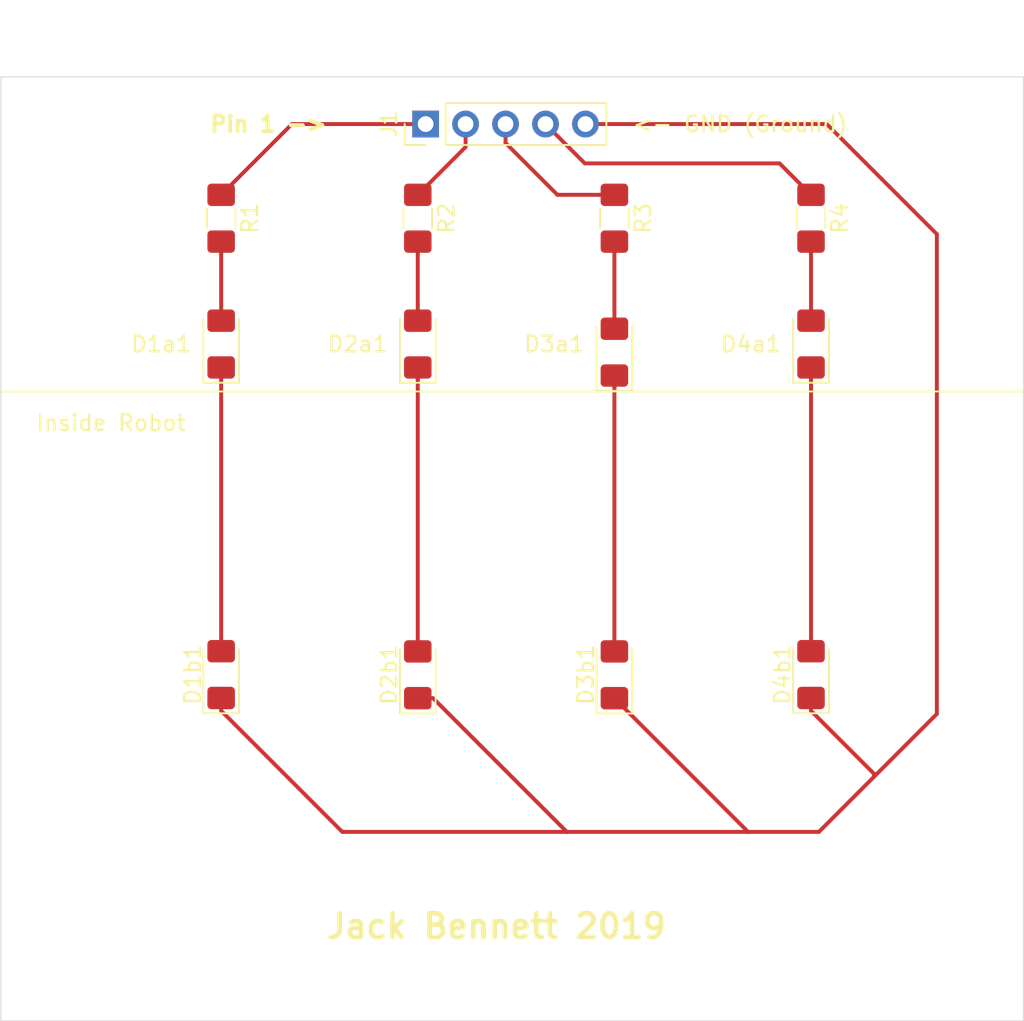
<source format=kicad_pcb>
(kicad_pcb (version 20171130) (host pcbnew "(5.1.2)-2")

  (general
    (thickness 1.6)
    (drawings 9)
    (tracks 43)
    (zones 0)
    (modules 13)
    (nets 14)
  )

  (page A4)
  (layers
    (0 F.Cu signal)
    (31 B.Cu signal)
    (32 B.Adhes user)
    (33 F.Adhes user)
    (34 B.Paste user)
    (35 F.Paste user)
    (36 B.SilkS user)
    (37 F.SilkS user)
    (38 B.Mask user)
    (39 F.Mask user)
    (40 Dwgs.User user)
    (41 Cmts.User user)
    (42 Eco1.User user)
    (43 Eco2.User user)
    (44 Edge.Cuts user)
    (45 Margin user)
    (46 B.CrtYd user)
    (47 F.CrtYd user)
    (48 B.Fab user)
    (49 F.Fab user)
  )

  (setup
    (last_trace_width 0.25)
    (trace_clearance 0.2)
    (zone_clearance 0.508)
    (zone_45_only no)
    (trace_min 0.2)
    (via_size 0.8)
    (via_drill 0.4)
    (via_min_size 0.4)
    (via_min_drill 0.3)
    (uvia_size 0.3)
    (uvia_drill 0.1)
    (uvias_allowed no)
    (uvia_min_size 0.2)
    (uvia_min_drill 0.1)
    (edge_width 0.05)
    (segment_width 0.2)
    (pcb_text_width 0.3)
    (pcb_text_size 1.5 1.5)
    (mod_edge_width 0.12)
    (mod_text_size 1 1)
    (mod_text_width 0.15)
    (pad_size 1.524 1.524)
    (pad_drill 0.762)
    (pad_to_mask_clearance 0.051)
    (solder_mask_min_width 0.25)
    (aux_axis_origin 0 0)
    (visible_elements 7FFFFFFF)
    (pcbplotparams
      (layerselection 0x010fc_ffffffff)
      (usegerberextensions false)
      (usegerberattributes false)
      (usegerberadvancedattributes false)
      (creategerberjobfile false)
      (excludeedgelayer true)
      (linewidth 0.100000)
      (plotframeref false)
      (viasonmask false)
      (mode 1)
      (useauxorigin false)
      (hpglpennumber 1)
      (hpglpenspeed 20)
      (hpglpendiameter 15.000000)
      (psnegative false)
      (psa4output false)
      (plotreference true)
      (plotvalue true)
      (plotinvisibletext false)
      (padsonsilk false)
      (subtractmaskfromsilk false)
      (outputformat 1)
      (mirror false)
      (drillshape 1)
      (scaleselection 1)
      (outputdirectory ""))
  )

  (net 0 "")
  (net 1 "Net-(D1a1-Pad2)")
  (net 2 "Net-(D1a1-Pad1)")
  (net 3 "Net-(D1b1-Pad1)")
  (net 4 "Net-(D2a1-Pad1)")
  (net 5 "Net-(D2a1-Pad2)")
  (net 6 "Net-(D3a1-Pad2)")
  (net 7 "Net-(D3a1-Pad1)")
  (net 8 "Net-(D4a1-Pad1)")
  (net 9 "Net-(D4a1-Pad2)")
  (net 10 "Net-(J1-Pad1)")
  (net 11 "Net-(J1-Pad2)")
  (net 12 "Net-(J1-Pad3)")
  (net 13 "Net-(J1-Pad4)")

  (net_class Default "This is the default net class."
    (clearance 0.2)
    (trace_width 0.25)
    (via_dia 0.8)
    (via_drill 0.4)
    (uvia_dia 0.3)
    (uvia_drill 0.1)
    (add_net "Net-(D1a1-Pad1)")
    (add_net "Net-(D1a1-Pad2)")
    (add_net "Net-(D1b1-Pad1)")
    (add_net "Net-(D2a1-Pad1)")
    (add_net "Net-(D2a1-Pad2)")
    (add_net "Net-(D3a1-Pad1)")
    (add_net "Net-(D3a1-Pad2)")
    (add_net "Net-(D4a1-Pad1)")
    (add_net "Net-(D4a1-Pad2)")
    (add_net "Net-(J1-Pad1)")
    (add_net "Net-(J1-Pad2)")
    (add_net "Net-(J1-Pad3)")
    (add_net "Net-(J1-Pad4)")
  )

  (module Resistor_SMD:R_1206_3216Metric_Pad1.42x1.75mm_HandSolder (layer F.Cu) (tedit 5B301BBD) (tstamp 5D8AA19F)
    (at 151.5 58.9875 270)
    (descr "Resistor SMD 1206 (3216 Metric), square (rectangular) end terminal, IPC_7351 nominal with elongated pad for handsoldering. (Body size source: http://www.tortai-tech.com/upload/download/2011102023233369053.pdf), generated with kicad-footprint-generator")
    (tags "resistor handsolder")
    (path /5D3BF0F0)
    (attr smd)
    (fp_text reference R4 (at 0 -1.82 90) (layer F.SilkS)
      (effects (font (size 1 1) (thickness 0.15)))
    )
    (fp_text value 180 (at 0 1.82 90) (layer F.Fab)
      (effects (font (size 1 1) (thickness 0.15)))
    )
    (fp_text user %R (at 0 0 90) (layer F.Fab)
      (effects (font (size 0.8 0.8) (thickness 0.12)))
    )
    (fp_line (start 2.45 1.12) (end -2.45 1.12) (layer F.CrtYd) (width 0.05))
    (fp_line (start 2.45 -1.12) (end 2.45 1.12) (layer F.CrtYd) (width 0.05))
    (fp_line (start -2.45 -1.12) (end 2.45 -1.12) (layer F.CrtYd) (width 0.05))
    (fp_line (start -2.45 1.12) (end -2.45 -1.12) (layer F.CrtYd) (width 0.05))
    (fp_line (start -0.602064 0.91) (end 0.602064 0.91) (layer F.SilkS) (width 0.12))
    (fp_line (start -0.602064 -0.91) (end 0.602064 -0.91) (layer F.SilkS) (width 0.12))
    (fp_line (start 1.6 0.8) (end -1.6 0.8) (layer F.Fab) (width 0.1))
    (fp_line (start 1.6 -0.8) (end 1.6 0.8) (layer F.Fab) (width 0.1))
    (fp_line (start -1.6 -0.8) (end 1.6 -0.8) (layer F.Fab) (width 0.1))
    (fp_line (start -1.6 0.8) (end -1.6 -0.8) (layer F.Fab) (width 0.1))
    (pad 2 smd roundrect (at 1.4875 0 270) (size 1.425 1.75) (layers F.Cu F.Paste F.Mask) (roundrect_rratio 0.175439)
      (net 9 "Net-(D4a1-Pad2)"))
    (pad 1 smd roundrect (at -1.4875 0 270) (size 1.425 1.75) (layers F.Cu F.Paste F.Mask) (roundrect_rratio 0.175439)
      (net 13 "Net-(J1-Pad4)"))
    (model ${KISYS3DMOD}/Resistor_SMD.3dshapes/R_1206_3216Metric.wrl
      (at (xyz 0 0 0))
      (scale (xyz 1 1 1))
      (rotate (xyz 0 0 0))
    )
  )

  (module Resistor_SMD:R_1206_3216Metric_Pad1.42x1.75mm_HandSolder (layer F.Cu) (tedit 5B301BBD) (tstamp 5D8AA18C)
    (at 139 58.9875 270)
    (descr "Resistor SMD 1206 (3216 Metric), square (rectangular) end terminal, IPC_7351 nominal with elongated pad for handsoldering. (Body size source: http://www.tortai-tech.com/upload/download/2011102023233369053.pdf), generated with kicad-footprint-generator")
    (tags "resistor handsolder")
    (path /5D3BD34E)
    (attr smd)
    (fp_text reference R3 (at 0 -1.82 90) (layer F.SilkS)
      (effects (font (size 1 1) (thickness 0.15)))
    )
    (fp_text value 180 (at 0 1.82 90) (layer F.Fab)
      (effects (font (size 1 1) (thickness 0.15)))
    )
    (fp_text user %R (at 0 0 90) (layer F.Fab)
      (effects (font (size 0.8 0.8) (thickness 0.12)))
    )
    (fp_line (start 2.45 1.12) (end -2.45 1.12) (layer F.CrtYd) (width 0.05))
    (fp_line (start 2.45 -1.12) (end 2.45 1.12) (layer F.CrtYd) (width 0.05))
    (fp_line (start -2.45 -1.12) (end 2.45 -1.12) (layer F.CrtYd) (width 0.05))
    (fp_line (start -2.45 1.12) (end -2.45 -1.12) (layer F.CrtYd) (width 0.05))
    (fp_line (start -0.602064 0.91) (end 0.602064 0.91) (layer F.SilkS) (width 0.12))
    (fp_line (start -0.602064 -0.91) (end 0.602064 -0.91) (layer F.SilkS) (width 0.12))
    (fp_line (start 1.6 0.8) (end -1.6 0.8) (layer F.Fab) (width 0.1))
    (fp_line (start 1.6 -0.8) (end 1.6 0.8) (layer F.Fab) (width 0.1))
    (fp_line (start -1.6 -0.8) (end 1.6 -0.8) (layer F.Fab) (width 0.1))
    (fp_line (start -1.6 0.8) (end -1.6 -0.8) (layer F.Fab) (width 0.1))
    (pad 2 smd roundrect (at 1.4875 0 270) (size 1.425 1.75) (layers F.Cu F.Paste F.Mask) (roundrect_rratio 0.175439)
      (net 6 "Net-(D3a1-Pad2)"))
    (pad 1 smd roundrect (at -1.4875 0 270) (size 1.425 1.75) (layers F.Cu F.Paste F.Mask) (roundrect_rratio 0.175439)
      (net 12 "Net-(J1-Pad3)"))
    (model ${KISYS3DMOD}/Resistor_SMD.3dshapes/R_1206_3216Metric.wrl
      (at (xyz 0 0 0))
      (scale (xyz 1 1 1))
      (rotate (xyz 0 0 0))
    )
  )

  (module Resistor_SMD:R_1206_3216Metric_Pad1.42x1.75mm_HandSolder (layer F.Cu) (tedit 5B301BBD) (tstamp 5D8AA179)
    (at 126.5 58.9875 270)
    (descr "Resistor SMD 1206 (3216 Metric), square (rectangular) end terminal, IPC_7351 nominal with elongated pad for handsoldering. (Body size source: http://www.tortai-tech.com/upload/download/2011102023233369053.pdf), generated with kicad-footprint-generator")
    (tags "resistor handsolder")
    (path /5D3BC527)
    (attr smd)
    (fp_text reference R2 (at 0 -1.82 90) (layer F.SilkS)
      (effects (font (size 1 1) (thickness 0.15)))
    )
    (fp_text value 180 (at 0 1.82 90) (layer F.Fab)
      (effects (font (size 1 1) (thickness 0.15)))
    )
    (fp_text user %R (at 0 0 90) (layer F.Fab)
      (effects (font (size 0.8 0.8) (thickness 0.12)))
    )
    (fp_line (start 2.45 1.12) (end -2.45 1.12) (layer F.CrtYd) (width 0.05))
    (fp_line (start 2.45 -1.12) (end 2.45 1.12) (layer F.CrtYd) (width 0.05))
    (fp_line (start -2.45 -1.12) (end 2.45 -1.12) (layer F.CrtYd) (width 0.05))
    (fp_line (start -2.45 1.12) (end -2.45 -1.12) (layer F.CrtYd) (width 0.05))
    (fp_line (start -0.602064 0.91) (end 0.602064 0.91) (layer F.SilkS) (width 0.12))
    (fp_line (start -0.602064 -0.91) (end 0.602064 -0.91) (layer F.SilkS) (width 0.12))
    (fp_line (start 1.6 0.8) (end -1.6 0.8) (layer F.Fab) (width 0.1))
    (fp_line (start 1.6 -0.8) (end 1.6 0.8) (layer F.Fab) (width 0.1))
    (fp_line (start -1.6 -0.8) (end 1.6 -0.8) (layer F.Fab) (width 0.1))
    (fp_line (start -1.6 0.8) (end -1.6 -0.8) (layer F.Fab) (width 0.1))
    (pad 2 smd roundrect (at 1.4875 0 270) (size 1.425 1.75) (layers F.Cu F.Paste F.Mask) (roundrect_rratio 0.175439)
      (net 5 "Net-(D2a1-Pad2)"))
    (pad 1 smd roundrect (at -1.4875 0 270) (size 1.425 1.75) (layers F.Cu F.Paste F.Mask) (roundrect_rratio 0.175439)
      (net 11 "Net-(J1-Pad2)"))
    (model ${KISYS3DMOD}/Resistor_SMD.3dshapes/R_1206_3216Metric.wrl
      (at (xyz 0 0 0))
      (scale (xyz 1 1 1))
      (rotate (xyz 0 0 0))
    )
  )

  (module Resistor_SMD:R_1206_3216Metric_Pad1.42x1.75mm_HandSolder (layer F.Cu) (tedit 5B301BBD) (tstamp 5D8AA166)
    (at 114 58.9875 270)
    (descr "Resistor SMD 1206 (3216 Metric), square (rectangular) end terminal, IPC_7351 nominal with elongated pad for handsoldering. (Body size source: http://www.tortai-tech.com/upload/download/2011102023233369053.pdf), generated with kicad-footprint-generator")
    (tags "resistor handsolder")
    (path /5D3A8C68)
    (attr smd)
    (fp_text reference R1 (at 0 -1.82 90) (layer F.SilkS)
      (effects (font (size 1 1) (thickness 0.15)))
    )
    (fp_text value 180 (at 0 1.82 90) (layer F.Fab)
      (effects (font (size 1 1) (thickness 0.15)))
    )
    (fp_text user %R (at 0 0 90) (layer F.Fab)
      (effects (font (size 0.8 0.8) (thickness 0.12)))
    )
    (fp_line (start 2.45 1.12) (end -2.45 1.12) (layer F.CrtYd) (width 0.05))
    (fp_line (start 2.45 -1.12) (end 2.45 1.12) (layer F.CrtYd) (width 0.05))
    (fp_line (start -2.45 -1.12) (end 2.45 -1.12) (layer F.CrtYd) (width 0.05))
    (fp_line (start -2.45 1.12) (end -2.45 -1.12) (layer F.CrtYd) (width 0.05))
    (fp_line (start -0.602064 0.91) (end 0.602064 0.91) (layer F.SilkS) (width 0.12))
    (fp_line (start -0.602064 -0.91) (end 0.602064 -0.91) (layer F.SilkS) (width 0.12))
    (fp_line (start 1.6 0.8) (end -1.6 0.8) (layer F.Fab) (width 0.1))
    (fp_line (start 1.6 -0.8) (end 1.6 0.8) (layer F.Fab) (width 0.1))
    (fp_line (start -1.6 -0.8) (end 1.6 -0.8) (layer F.Fab) (width 0.1))
    (fp_line (start -1.6 0.8) (end -1.6 -0.8) (layer F.Fab) (width 0.1))
    (pad 2 smd roundrect (at 1.4875 0 270) (size 1.425 1.75) (layers F.Cu F.Paste F.Mask) (roundrect_rratio 0.175439)
      (net 1 "Net-(D1a1-Pad2)"))
    (pad 1 smd roundrect (at -1.4875 0 270) (size 1.425 1.75) (layers F.Cu F.Paste F.Mask) (roundrect_rratio 0.175439)
      (net 10 "Net-(J1-Pad1)"))
    (model ${KISYS3DMOD}/Resistor_SMD.3dshapes/R_1206_3216Metric.wrl
      (at (xyz 0 0 0))
      (scale (xyz 1 1 1))
      (rotate (xyz 0 0 0))
    )
  )

  (module LED_SMD:LED_1206_3216Metric_Pad1.42x1.75mm_HandSolder (layer F.Cu) (tedit 5B4B45C9) (tstamp 5D8AA0B5)
    (at 114 66.9875 90)
    (descr "LED SMD 1206 (3216 Metric), square (rectangular) end terminal, IPC_7351 nominal, (Body size source: http://www.tortai-tech.com/upload/download/2011102023233369053.pdf), generated with kicad-footprint-generator")
    (tags "LED handsolder")
    (path /5D3AB7A2)
    (attr smd)
    (fp_text reference D1a1 (at 0 -3.82 180) (layer F.SilkS)
      (effects (font (size 1 1) (thickness 0.15)))
    )
    (fp_text value LED (at 0 1.82 270) (layer F.Fab)
      (effects (font (size 1 1) (thickness 0.15)))
    )
    (fp_text user %R (at 0 0 270) (layer F.Fab)
      (effects (font (size 0.8 0.8) (thickness 0.12)))
    )
    (fp_line (start 2.45 1.12) (end -2.45 1.12) (layer F.CrtYd) (width 0.05))
    (fp_line (start 2.45 -1.12) (end 2.45 1.12) (layer F.CrtYd) (width 0.05))
    (fp_line (start -2.45 -1.12) (end 2.45 -1.12) (layer F.CrtYd) (width 0.05))
    (fp_line (start -2.45 1.12) (end -2.45 -1.12) (layer F.CrtYd) (width 0.05))
    (fp_line (start -2.46 1.135) (end 1.6 1.135) (layer F.SilkS) (width 0.12))
    (fp_line (start -2.46 -1.135) (end -2.46 1.135) (layer F.SilkS) (width 0.12))
    (fp_line (start 1.6 -1.135) (end -2.46 -1.135) (layer F.SilkS) (width 0.12))
    (fp_line (start 1.6 0.8) (end 1.6 -0.8) (layer F.Fab) (width 0.1))
    (fp_line (start -1.6 0.8) (end 1.6 0.8) (layer F.Fab) (width 0.1))
    (fp_line (start -1.6 -0.4) (end -1.6 0.8) (layer F.Fab) (width 0.1))
    (fp_line (start -1.2 -0.8) (end -1.6 -0.4) (layer F.Fab) (width 0.1))
    (fp_line (start 1.6 -0.8) (end -1.2 -0.8) (layer F.Fab) (width 0.1))
    (pad 2 smd roundrect (at 1.4875 0 90) (size 1.425 1.75) (layers F.Cu F.Paste F.Mask) (roundrect_rratio 0.175439)
      (net 1 "Net-(D1a1-Pad2)"))
    (pad 1 smd roundrect (at -1.4875 0 90) (size 1.425 1.75) (layers F.Cu F.Paste F.Mask) (roundrect_rratio 0.175439)
      (net 2 "Net-(D1a1-Pad1)"))
    (model ${KISYS3DMOD}/LED_SMD.3dshapes/LED_1206_3216Metric.wrl
      (at (xyz 0 0 0))
      (scale (xyz 1 1 1))
      (rotate (xyz 0 0 0))
    )
  )

  (module LED_SMD:LED_1206_3216Metric_Pad1.42x1.75mm_HandSolder locked (layer F.Cu) (tedit 5B4B45C9) (tstamp 5D8AA0C8)
    (at 114 88 90)
    (descr "LED SMD 1206 (3216 Metric), square (rectangular) end terminal, IPC_7351 nominal, (Body size source: http://www.tortai-tech.com/upload/download/2011102023233369053.pdf), generated with kicad-footprint-generator")
    (tags "LED handsolder")
    (path /5D3B18DD)
    (attr smd)
    (fp_text reference D1b1 (at 0 -1.82 90) (layer F.SilkS)
      (effects (font (size 1 1) (thickness 0.15)))
    )
    (fp_text value LED (at 0 1.82 90) (layer F.Fab)
      (effects (font (size 1 1) (thickness 0.15)))
    )
    (fp_line (start 1.6 -0.8) (end -1.2 -0.8) (layer F.Fab) (width 0.1))
    (fp_line (start -1.2 -0.8) (end -1.6 -0.4) (layer F.Fab) (width 0.1))
    (fp_line (start -1.6 -0.4) (end -1.6 0.8) (layer F.Fab) (width 0.1))
    (fp_line (start -1.6 0.8) (end 1.6 0.8) (layer F.Fab) (width 0.1))
    (fp_line (start 1.6 0.8) (end 1.6 -0.8) (layer F.Fab) (width 0.1))
    (fp_line (start 1.6 -1.135) (end -2.46 -1.135) (layer F.SilkS) (width 0.12))
    (fp_line (start -2.46 -1.135) (end -2.46 1.135) (layer F.SilkS) (width 0.12))
    (fp_line (start -2.46 1.135) (end 1.6 1.135) (layer F.SilkS) (width 0.12))
    (fp_line (start -2.45 1.12) (end -2.45 -1.12) (layer F.CrtYd) (width 0.05))
    (fp_line (start -2.45 -1.12) (end 2.45 -1.12) (layer F.CrtYd) (width 0.05))
    (fp_line (start 2.45 -1.12) (end 2.45 1.12) (layer F.CrtYd) (width 0.05))
    (fp_line (start 2.45 1.12) (end -2.45 1.12) (layer F.CrtYd) (width 0.05))
    (fp_text user %R (at 0 0 90) (layer F.Fab)
      (effects (font (size 0.8 0.8) (thickness 0.12)))
    )
    (pad 1 smd roundrect (at -1.4875 0 90) (size 1.425 1.75) (layers F.Cu F.Paste F.Mask) (roundrect_rratio 0.175439)
      (net 3 "Net-(D1b1-Pad1)"))
    (pad 2 smd roundrect (at 1.4875 0 90) (size 1.425 1.75) (layers F.Cu F.Paste F.Mask) (roundrect_rratio 0.175439)
      (net 2 "Net-(D1a1-Pad1)"))
    (model ${KISYS3DMOD}/LED_SMD.3dshapes/LED_1206_3216Metric.wrl
      (at (xyz 0 0 0))
      (scale (xyz 1 1 1))
      (rotate (xyz 0 0 0))
    )
  )

  (module LED_SMD:LED_1206_3216Metric_Pad1.42x1.75mm_HandSolder (layer F.Cu) (tedit 5B4B45C9) (tstamp 5D8AA0DB)
    (at 126.5 66.9875 90)
    (descr "LED SMD 1206 (3216 Metric), square (rectangular) end terminal, IPC_7351 nominal, (Body size source: http://www.tortai-tech.com/upload/download/2011102023233369053.pdf), generated with kicad-footprint-generator")
    (tags "LED handsolder")
    (path /5D3BC52D)
    (attr smd)
    (fp_text reference D2a1 (at 0 -3.82 180) (layer F.SilkS)
      (effects (font (size 1 1) (thickness 0.15)))
    )
    (fp_text value LED (at 0 1.82 90) (layer F.Fab)
      (effects (font (size 1 1) (thickness 0.15)))
    )
    (fp_line (start 1.6 -0.8) (end -1.2 -0.8) (layer F.Fab) (width 0.1))
    (fp_line (start -1.2 -0.8) (end -1.6 -0.4) (layer F.Fab) (width 0.1))
    (fp_line (start -1.6 -0.4) (end -1.6 0.8) (layer F.Fab) (width 0.1))
    (fp_line (start -1.6 0.8) (end 1.6 0.8) (layer F.Fab) (width 0.1))
    (fp_line (start 1.6 0.8) (end 1.6 -0.8) (layer F.Fab) (width 0.1))
    (fp_line (start 1.6 -1.135) (end -2.46 -1.135) (layer F.SilkS) (width 0.12))
    (fp_line (start -2.46 -1.135) (end -2.46 1.135) (layer F.SilkS) (width 0.12))
    (fp_line (start -2.46 1.135) (end 1.6 1.135) (layer F.SilkS) (width 0.12))
    (fp_line (start -2.45 1.12) (end -2.45 -1.12) (layer F.CrtYd) (width 0.05))
    (fp_line (start -2.45 -1.12) (end 2.45 -1.12) (layer F.CrtYd) (width 0.05))
    (fp_line (start 2.45 -1.12) (end 2.45 1.12) (layer F.CrtYd) (width 0.05))
    (fp_line (start 2.45 1.12) (end -2.45 1.12) (layer F.CrtYd) (width 0.05))
    (fp_text user %R (at 0 0 90) (layer F.Fab)
      (effects (font (size 0.8 0.8) (thickness 0.12)))
    )
    (pad 1 smd roundrect (at -1.4875 0 90) (size 1.425 1.75) (layers F.Cu F.Paste F.Mask) (roundrect_rratio 0.175439)
      (net 4 "Net-(D2a1-Pad1)"))
    (pad 2 smd roundrect (at 1.4875 0 90) (size 1.425 1.75) (layers F.Cu F.Paste F.Mask) (roundrect_rratio 0.175439)
      (net 5 "Net-(D2a1-Pad2)"))
    (model ${KISYS3DMOD}/LED_SMD.3dshapes/LED_1206_3216Metric.wrl
      (at (xyz 0 0 0))
      (scale (xyz 1 1 1))
      (rotate (xyz 0 0 0))
    )
  )

  (module LED_SMD:LED_1206_3216Metric_Pad1.42x1.75mm_HandSolder locked (layer F.Cu) (tedit 5B4B45C9) (tstamp 5D8AB0FF)
    (at 126.5 88.0125 90)
    (descr "LED SMD 1206 (3216 Metric), square (rectangular) end terminal, IPC_7351 nominal, (Body size source: http://www.tortai-tech.com/upload/download/2011102023233369053.pdf), generated with kicad-footprint-generator")
    (tags "LED handsolder")
    (path /5D3BC535)
    (attr smd)
    (fp_text reference D2b1 (at 0 -1.82 90) (layer F.SilkS)
      (effects (font (size 1 1) (thickness 0.15)))
    )
    (fp_text value LED (at 0 1.82 90) (layer F.Fab)
      (effects (font (size 1 1) (thickness 0.15)))
    )
    (fp_text user %R (at 0 0 90) (layer F.Fab)
      (effects (font (size 0.8 0.8) (thickness 0.12)))
    )
    (fp_line (start 2.45 1.12) (end -2.45 1.12) (layer F.CrtYd) (width 0.05))
    (fp_line (start 2.45 -1.12) (end 2.45 1.12) (layer F.CrtYd) (width 0.05))
    (fp_line (start -2.45 -1.12) (end 2.45 -1.12) (layer F.CrtYd) (width 0.05))
    (fp_line (start -2.45 1.12) (end -2.45 -1.12) (layer F.CrtYd) (width 0.05))
    (fp_line (start -2.46 1.135) (end 1.6 1.135) (layer F.SilkS) (width 0.12))
    (fp_line (start -2.46 -1.135) (end -2.46 1.135) (layer F.SilkS) (width 0.12))
    (fp_line (start 1.6 -1.135) (end -2.46 -1.135) (layer F.SilkS) (width 0.12))
    (fp_line (start 1.6 0.8) (end 1.6 -0.8) (layer F.Fab) (width 0.1))
    (fp_line (start -1.6 0.8) (end 1.6 0.8) (layer F.Fab) (width 0.1))
    (fp_line (start -1.6 -0.4) (end -1.6 0.8) (layer F.Fab) (width 0.1))
    (fp_line (start -1.2 -0.8) (end -1.6 -0.4) (layer F.Fab) (width 0.1))
    (fp_line (start 1.6 -0.8) (end -1.2 -0.8) (layer F.Fab) (width 0.1))
    (pad 2 smd roundrect (at 1.4875 0 90) (size 1.425 1.75) (layers F.Cu F.Paste F.Mask) (roundrect_rratio 0.175439)
      (net 4 "Net-(D2a1-Pad1)"))
    (pad 1 smd roundrect (at -1.4875 0 90) (size 1.425 1.75) (layers F.Cu F.Paste F.Mask) (roundrect_rratio 0.175439)
      (net 3 "Net-(D1b1-Pad1)"))
    (model ${KISYS3DMOD}/LED_SMD.3dshapes/LED_1206_3216Metric.wrl
      (at (xyz 0 0 0))
      (scale (xyz 1 1 1))
      (rotate (xyz 0 0 0))
    )
  )

  (module LED_SMD:LED_1206_3216Metric_Pad1.42x1.75mm_HandSolder (layer F.Cu) (tedit 5B4B45C9) (tstamp 5D8AA101)
    (at 139 67.5 90)
    (descr "LED SMD 1206 (3216 Metric), square (rectangular) end terminal, IPC_7351 nominal, (Body size source: http://www.tortai-tech.com/upload/download/2011102023233369053.pdf), generated with kicad-footprint-generator")
    (tags "LED handsolder")
    (path /5D3BD354)
    (attr smd)
    (fp_text reference D3a1 (at 0.5125 -3.82 180) (layer F.SilkS)
      (effects (font (size 1 1) (thickness 0.15)))
    )
    (fp_text value LED (at 0 1.82 90) (layer F.Fab)
      (effects (font (size 1 1) (thickness 0.15)))
    )
    (fp_text user %R (at 0 0 90) (layer F.Fab)
      (effects (font (size 0.8 0.8) (thickness 0.12)))
    )
    (fp_line (start 2.45 1.12) (end -2.45 1.12) (layer F.CrtYd) (width 0.05))
    (fp_line (start 2.45 -1.12) (end 2.45 1.12) (layer F.CrtYd) (width 0.05))
    (fp_line (start -2.45 -1.12) (end 2.45 -1.12) (layer F.CrtYd) (width 0.05))
    (fp_line (start -2.45 1.12) (end -2.45 -1.12) (layer F.CrtYd) (width 0.05))
    (fp_line (start -2.46 1.135) (end 1.6 1.135) (layer F.SilkS) (width 0.12))
    (fp_line (start -2.46 -1.135) (end -2.46 1.135) (layer F.SilkS) (width 0.12))
    (fp_line (start 1.6 -1.135) (end -2.46 -1.135) (layer F.SilkS) (width 0.12))
    (fp_line (start 1.6 0.8) (end 1.6 -0.8) (layer F.Fab) (width 0.1))
    (fp_line (start -1.6 0.8) (end 1.6 0.8) (layer F.Fab) (width 0.1))
    (fp_line (start -1.6 -0.4) (end -1.6 0.8) (layer F.Fab) (width 0.1))
    (fp_line (start -1.2 -0.8) (end -1.6 -0.4) (layer F.Fab) (width 0.1))
    (fp_line (start 1.6 -0.8) (end -1.2 -0.8) (layer F.Fab) (width 0.1))
    (pad 2 smd roundrect (at 1.4875 0 90) (size 1.425 1.75) (layers F.Cu F.Paste F.Mask) (roundrect_rratio 0.175439)
      (net 6 "Net-(D3a1-Pad2)"))
    (pad 1 smd roundrect (at -1.4875 0 90) (size 1.425 1.75) (layers F.Cu F.Paste F.Mask) (roundrect_rratio 0.175439)
      (net 7 "Net-(D3a1-Pad1)"))
    (model ${KISYS3DMOD}/LED_SMD.3dshapes/LED_1206_3216Metric.wrl
      (at (xyz 0 0 0))
      (scale (xyz 1 1 1))
      (rotate (xyz 0 0 0))
    )
  )

  (module LED_SMD:LED_1206_3216Metric_Pad1.42x1.75mm_HandSolder locked (layer F.Cu) (tedit 5B4B45C9) (tstamp 5D8AAF22)
    (at 139 88.0125 90)
    (descr "LED SMD 1206 (3216 Metric), square (rectangular) end terminal, IPC_7351 nominal, (Body size source: http://www.tortai-tech.com/upload/download/2011102023233369053.pdf), generated with kicad-footprint-generator")
    (tags "LED handsolder")
    (path /5D3BD35C)
    (attr smd)
    (fp_text reference D3b1 (at 0 -1.82 90) (layer F.SilkS)
      (effects (font (size 1 1) (thickness 0.15)))
    )
    (fp_text value LED (at 0 1.82 90) (layer F.Fab)
      (effects (font (size 1 1) (thickness 0.15)))
    )
    (fp_line (start 1.6 -0.8) (end -1.2 -0.8) (layer F.Fab) (width 0.1))
    (fp_line (start -1.2 -0.8) (end -1.6 -0.4) (layer F.Fab) (width 0.1))
    (fp_line (start -1.6 -0.4) (end -1.6 0.8) (layer F.Fab) (width 0.1))
    (fp_line (start -1.6 0.8) (end 1.6 0.8) (layer F.Fab) (width 0.1))
    (fp_line (start 1.6 0.8) (end 1.6 -0.8) (layer F.Fab) (width 0.1))
    (fp_line (start 1.6 -1.135) (end -2.46 -1.135) (layer F.SilkS) (width 0.12))
    (fp_line (start -2.46 -1.135) (end -2.46 1.135) (layer F.SilkS) (width 0.12))
    (fp_line (start -2.46 1.135) (end 1.6 1.135) (layer F.SilkS) (width 0.12))
    (fp_line (start -2.45 1.12) (end -2.45 -1.12) (layer F.CrtYd) (width 0.05))
    (fp_line (start -2.45 -1.12) (end 2.45 -1.12) (layer F.CrtYd) (width 0.05))
    (fp_line (start 2.45 -1.12) (end 2.45 1.12) (layer F.CrtYd) (width 0.05))
    (fp_line (start 2.45 1.12) (end -2.45 1.12) (layer F.CrtYd) (width 0.05))
    (fp_text user %R (at 0 0 90) (layer F.Fab)
      (effects (font (size 0.8 0.8) (thickness 0.12)))
    )
    (pad 1 smd roundrect (at -1.4875 0 90) (size 1.425 1.75) (layers F.Cu F.Paste F.Mask) (roundrect_rratio 0.175439)
      (net 3 "Net-(D1b1-Pad1)"))
    (pad 2 smd roundrect (at 1.4875 0 90) (size 1.425 1.75) (layers F.Cu F.Paste F.Mask) (roundrect_rratio 0.175439)
      (net 7 "Net-(D3a1-Pad1)"))
    (model ${KISYS3DMOD}/LED_SMD.3dshapes/LED_1206_3216Metric.wrl
      (at (xyz 0 0 0))
      (scale (xyz 1 1 1))
      (rotate (xyz 0 0 0))
    )
  )

  (module LED_SMD:LED_1206_3216Metric_Pad1.42x1.75mm_HandSolder (layer F.Cu) (tedit 5B4B45C9) (tstamp 5D8AAF90)
    (at 151.5 66.9875 90)
    (descr "LED SMD 1206 (3216 Metric), square (rectangular) end terminal, IPC_7351 nominal, (Body size source: http://www.tortai-tech.com/upload/download/2011102023233369053.pdf), generated with kicad-footprint-generator")
    (tags "LED handsolder")
    (path /5D3BF0F6)
    (attr smd)
    (fp_text reference D4a1 (at 0 -3.82 180) (layer F.SilkS)
      (effects (font (size 1 1) (thickness 0.15)))
    )
    (fp_text value LED (at 0 1.82 90) (layer F.Fab)
      (effects (font (size 1 1) (thickness 0.15)))
    )
    (fp_line (start 1.6 -0.8) (end -1.2 -0.8) (layer F.Fab) (width 0.1))
    (fp_line (start -1.2 -0.8) (end -1.6 -0.4) (layer F.Fab) (width 0.1))
    (fp_line (start -1.6 -0.4) (end -1.6 0.8) (layer F.Fab) (width 0.1))
    (fp_line (start -1.6 0.8) (end 1.6 0.8) (layer F.Fab) (width 0.1))
    (fp_line (start 1.6 0.8) (end 1.6 -0.8) (layer F.Fab) (width 0.1))
    (fp_line (start 1.6 -1.135) (end -2.46 -1.135) (layer F.SilkS) (width 0.12))
    (fp_line (start -2.46 -1.135) (end -2.46 1.135) (layer F.SilkS) (width 0.12))
    (fp_line (start -2.46 1.135) (end 1.6 1.135) (layer F.SilkS) (width 0.12))
    (fp_line (start -2.45 1.12) (end -2.45 -1.12) (layer F.CrtYd) (width 0.05))
    (fp_line (start -2.45 -1.12) (end 2.45 -1.12) (layer F.CrtYd) (width 0.05))
    (fp_line (start 2.45 -1.12) (end 2.45 1.12) (layer F.CrtYd) (width 0.05))
    (fp_line (start 2.45 1.12) (end -2.45 1.12) (layer F.CrtYd) (width 0.05))
    (fp_text user %R (at 0 0 90) (layer F.Fab)
      (effects (font (size 0.8 0.8) (thickness 0.12)))
    )
    (pad 1 smd roundrect (at -1.4875 0 90) (size 1.425 1.75) (layers F.Cu F.Paste F.Mask) (roundrect_rratio 0.175439)
      (net 8 "Net-(D4a1-Pad1)"))
    (pad 2 smd roundrect (at 1.4875 0 90) (size 1.425 1.75) (layers F.Cu F.Paste F.Mask) (roundrect_rratio 0.175439)
      (net 9 "Net-(D4a1-Pad2)"))
    (model ${KISYS3DMOD}/LED_SMD.3dshapes/LED_1206_3216Metric.wrl
      (at (xyz 0 0 0))
      (scale (xyz 1 1 1))
      (rotate (xyz 0 0 0))
    )
  )

  (module LED_SMD:LED_1206_3216Metric_Pad1.42x1.75mm_HandSolder locked (layer F.Cu) (tedit 5B4B45C9) (tstamp 5D8AB193)
    (at 151.5 88 90)
    (descr "LED SMD 1206 (3216 Metric), square (rectangular) end terminal, IPC_7351 nominal, (Body size source: http://www.tortai-tech.com/upload/download/2011102023233369053.pdf), generated with kicad-footprint-generator")
    (tags "LED handsolder")
    (path /5D3BF0FE)
    (attr smd)
    (fp_text reference D4b1 (at 0 -1.82 90) (layer F.SilkS)
      (effects (font (size 1 1) (thickness 0.15)))
    )
    (fp_text value LED (at 0 1.82 90) (layer F.Fab)
      (effects (font (size 1 1) (thickness 0.15)))
    )
    (fp_text user %R (at 0 0 90) (layer F.Fab)
      (effects (font (size 0.8 0.8) (thickness 0.12)))
    )
    (fp_line (start 2.45 1.12) (end -2.45 1.12) (layer F.CrtYd) (width 0.05))
    (fp_line (start 2.45 -1.12) (end 2.45 1.12) (layer F.CrtYd) (width 0.05))
    (fp_line (start -2.45 -1.12) (end 2.45 -1.12) (layer F.CrtYd) (width 0.05))
    (fp_line (start -2.45 1.12) (end -2.45 -1.12) (layer F.CrtYd) (width 0.05))
    (fp_line (start -2.46 1.135) (end 1.6 1.135) (layer F.SilkS) (width 0.12))
    (fp_line (start -2.46 -1.135) (end -2.46 1.135) (layer F.SilkS) (width 0.12))
    (fp_line (start 1.6 -1.135) (end -2.46 -1.135) (layer F.SilkS) (width 0.12))
    (fp_line (start 1.6 0.8) (end 1.6 -0.8) (layer F.Fab) (width 0.1))
    (fp_line (start -1.6 0.8) (end 1.6 0.8) (layer F.Fab) (width 0.1))
    (fp_line (start -1.6 -0.4) (end -1.6 0.8) (layer F.Fab) (width 0.1))
    (fp_line (start -1.2 -0.8) (end -1.6 -0.4) (layer F.Fab) (width 0.1))
    (fp_line (start 1.6 -0.8) (end -1.2 -0.8) (layer F.Fab) (width 0.1))
    (pad 2 smd roundrect (at 1.4875 0 90) (size 1.425 1.75) (layers F.Cu F.Paste F.Mask) (roundrect_rratio 0.175439)
      (net 8 "Net-(D4a1-Pad1)"))
    (pad 1 smd roundrect (at -1.4875 0 90) (size 1.425 1.75) (layers F.Cu F.Paste F.Mask) (roundrect_rratio 0.175439)
      (net 3 "Net-(D1b1-Pad1)"))
    (model ${KISYS3DMOD}/LED_SMD.3dshapes/LED_1206_3216Metric.wrl
      (at (xyz 0 0 0))
      (scale (xyz 1 1 1))
      (rotate (xyz 0 0 0))
    )
  )

  (module Connector_PinHeader_2.54mm:PinHeader_1x05_P2.54mm_Vertical (layer F.Cu) (tedit 59FED5CC) (tstamp 5D8AAEB4)
    (at 127 53 90)
    (descr "Through hole straight pin header, 1x05, 2.54mm pitch, single row")
    (tags "Through hole pin header THT 1x05 2.54mm single row")
    (path /5D3C1B2E)
    (fp_text reference J1 (at 0 -2.33 90) (layer F.SilkS)
      (effects (font (size 1 1) (thickness 0.15)))
    )
    (fp_text value Conn_1Rows-05Pins (at 0 12.49 90) (layer F.Fab)
      (effects (font (size 1 1) (thickness 0.15)))
    )
    (fp_text user %R (at 0 5.08) (layer F.Fab)
      (effects (font (size 1 1) (thickness 0.15)))
    )
    (fp_line (start 1.8 -1.8) (end -1.8 -1.8) (layer F.CrtYd) (width 0.05))
    (fp_line (start 1.8 11.95) (end 1.8 -1.8) (layer F.CrtYd) (width 0.05))
    (fp_line (start -1.8 11.95) (end 1.8 11.95) (layer F.CrtYd) (width 0.05))
    (fp_line (start -1.8 -1.8) (end -1.8 11.95) (layer F.CrtYd) (width 0.05))
    (fp_line (start -1.33 -1.33) (end 0 -1.33) (layer F.SilkS) (width 0.12))
    (fp_line (start -1.33 0) (end -1.33 -1.33) (layer F.SilkS) (width 0.12))
    (fp_line (start -1.33 1.27) (end 1.33 1.27) (layer F.SilkS) (width 0.12))
    (fp_line (start 1.33 1.27) (end 1.33 11.49) (layer F.SilkS) (width 0.12))
    (fp_line (start -1.33 1.27) (end -1.33 11.49) (layer F.SilkS) (width 0.12))
    (fp_line (start -1.33 11.49) (end 1.33 11.49) (layer F.SilkS) (width 0.12))
    (fp_line (start -1.27 -0.635) (end -0.635 -1.27) (layer F.Fab) (width 0.1))
    (fp_line (start -1.27 11.43) (end -1.27 -0.635) (layer F.Fab) (width 0.1))
    (fp_line (start 1.27 11.43) (end -1.27 11.43) (layer F.Fab) (width 0.1))
    (fp_line (start 1.27 -1.27) (end 1.27 11.43) (layer F.Fab) (width 0.1))
    (fp_line (start -0.635 -1.27) (end 1.27 -1.27) (layer F.Fab) (width 0.1))
    (pad 5 thru_hole oval (at 0 10.16 90) (size 1.7 1.7) (drill 1) (layers *.Cu *.Mask)
      (net 3 "Net-(D1b1-Pad1)"))
    (pad 4 thru_hole oval (at 0 7.62 90) (size 1.7 1.7) (drill 1) (layers *.Cu *.Mask)
      (net 13 "Net-(J1-Pad4)"))
    (pad 3 thru_hole oval (at 0 5.08 90) (size 1.7 1.7) (drill 1) (layers *.Cu *.Mask)
      (net 12 "Net-(J1-Pad3)"))
    (pad 2 thru_hole oval (at 0 2.54 90) (size 1.7 1.7) (drill 1) (layers *.Cu *.Mask)
      (net 11 "Net-(J1-Pad2)"))
    (pad 1 thru_hole rect (at 0 0 90) (size 1.7 1.7) (drill 1) (layers *.Cu *.Mask)
      (net 10 "Net-(J1-Pad1)"))
    (model ${KISYS3DMOD}/Connector_PinHeader_2.54mm.3dshapes/PinHeader_1x05_P2.54mm_Vertical.wrl
      (at (xyz 0 0 0))
      (scale (xyz 1 1 1))
      (rotate (xyz 0 0 0))
    )
  )

  (gr_text "<- GND (Ground)" (at 147 53) (layer F.SilkS)
    (effects (font (size 1 1) (thickness 0.15)))
  )
  (gr_text "Pin 1 ->" (at 117 53) (layer F.SilkS)
    (effects (font (size 1 1) (thickness 0.25)))
  )
  (gr_text "Jack Bennett 2019" (at 131.5 104) (layer F.SilkS)
    (effects (font (size 1.5 1.5) (thickness 0.3)))
  )
  (gr_text "Inside Robot" (at 107 72) (layer F.SilkS)
    (effects (font (size 1 1) (thickness 0.15)))
  )
  (gr_line (start 100 70) (end 165 70) (layer F.SilkS) (width 0.12))
  (gr_line (start 165 110) (end 165 50) (layer Edge.Cuts) (width 0.05) (tstamp 5D8AB2CB))
  (gr_line (start 100 110) (end 165 110) (layer Edge.Cuts) (width 0.05))
  (gr_line (start 100 50) (end 100 110) (layer Edge.Cuts) (width 0.05))
  (gr_line (start 100 50) (end 165 50) (layer Edge.Cuts) (width 0.05))

  (segment (start 114 61.2875) (end 114 65.5) (width 0.25) (layer F.Cu) (net 1))
  (segment (start 114 60.475) (end 114 61.2875) (width 0.25) (layer F.Cu) (net 1))
  (segment (start 114 68.475) (end 114 86.5125) (width 0.25) (layer F.Cu) (net 2))
  (segment (start 114 90.3) (end 121.7 98) (width 0.25) (layer F.Cu) (net 3))
  (segment (start 114 89.4875) (end 114 90.3) (width 0.25) (layer F.Cu) (net 3))
  (segment (start 159.5 90.5) (end 159.5 60) (width 0.25) (layer F.Cu) (net 3))
  (segment (start 152.5 53) (end 137.16 53) (width 0.25) (layer F.Cu) (net 3))
  (segment (start 159.5 60) (end 152.5 53) (width 0.25) (layer F.Cu) (net 3))
  (segment (start 135.975 98) (end 136 98) (width 0.25) (layer F.Cu) (net 3))
  (segment (start 127.475 89.5) (end 135.975 98) (width 0.25) (layer F.Cu) (net 3))
  (segment (start 126.5 89.5) (end 127.475 89.5) (width 0.25) (layer F.Cu) (net 3))
  (segment (start 121.7 98) (end 136 98) (width 0.25) (layer F.Cu) (net 3))
  (segment (start 139 89.5) (end 147.5 98) (width 0.25) (layer F.Cu) (net 3))
  (segment (start 136 98) (end 147.5 98) (width 0.25) (layer F.Cu) (net 3))
  (segment (start 147.5 98) (end 152 98) (width 0.25) (layer F.Cu) (net 3))
  (segment (start 155.5 94.3) (end 155.5 94.5) (width 0.25) (layer F.Cu) (net 3))
  (segment (start 151.5 90.3) (end 155.5 94.3) (width 0.25) (layer F.Cu) (net 3))
  (segment (start 151.5 89.4875) (end 151.5 90.3) (width 0.25) (layer F.Cu) (net 3))
  (segment (start 152 98) (end 155.5 94.5) (width 0.25) (layer F.Cu) (net 3))
  (segment (start 155.5 94.5) (end 159.5 90.5) (width 0.25) (layer F.Cu) (net 3))
  (segment (start 126.5 68.475) (end 126.5 69.2875) (width 0.25) (layer F.Cu) (net 4))
  (segment (start 126.5 68.475) (end 126.5 86.525) (width 0.25) (layer F.Cu) (net 4))
  (segment (start 126.5 61.2875) (end 126.5 65.5) (width 0.25) (layer F.Cu) (net 5))
  (segment (start 126.5 60.475) (end 126.5 61.2875) (width 0.25) (layer F.Cu) (net 5))
  (segment (start 139 61.2875) (end 139 66.0125) (width 0.25) (layer F.Cu) (net 6))
  (segment (start 139 60.475) (end 139 61.2875) (width 0.25) (layer F.Cu) (net 6))
  (segment (start 139 68.9875) (end 139 69.8) (width 0.25) (layer F.Cu) (net 7))
  (segment (start 139 68.9875) (end 139 86.525) (width 0.25) (layer F.Cu) (net 7))
  (segment (start 151.5 68.475) (end 151.5 69.2875) (width 0.25) (layer F.Cu) (net 8))
  (segment (start 151.5 68.475) (end 151.5 86.5125) (width 0.25) (layer F.Cu) (net 8))
  (segment (start 151.5 60.475) (end 151.5 61.2875) (width 0.25) (layer F.Cu) (net 9))
  (segment (start 151.5 60.475) (end 151.5 65.5) (width 0.25) (layer F.Cu) (net 9))
  (segment (start 118.5 53) (end 114 57.5) (width 0.25) (layer F.Cu) (net 10))
  (segment (start 127 53) (end 118.5 53) (width 0.25) (layer F.Cu) (net 10))
  (segment (start 129.54 54.46) (end 126.5 57.5) (width 0.25) (layer F.Cu) (net 11))
  (segment (start 129.54 53) (end 129.54 54.46) (width 0.25) (layer F.Cu) (net 11))
  (segment (start 138.025 57.5) (end 139 57.5) (width 0.25) (layer F.Cu) (net 12))
  (segment (start 135.377919 57.5) (end 138.025 57.5) (width 0.25) (layer F.Cu) (net 12))
  (segment (start 132.08 54.202081) (end 135.377919 57.5) (width 0.25) (layer F.Cu) (net 12))
  (segment (start 132.08 53) (end 132.08 54.202081) (width 0.25) (layer F.Cu) (net 12))
  (segment (start 134.62 53) (end 137.12 55.5) (width 0.25) (layer F.Cu) (net 13))
  (segment (start 149.5 55.5) (end 151.5 57.5) (width 0.25) (layer F.Cu) (net 13))
  (segment (start 137.12 55.5) (end 149.5 55.5) (width 0.25) (layer F.Cu) (net 13))

)

</source>
